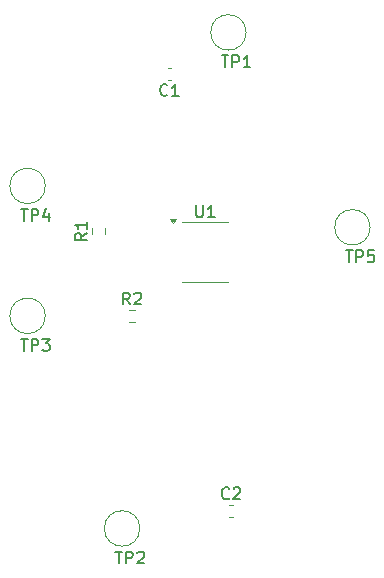
<source format=gbr>
%TF.GenerationSoftware,KiCad,Pcbnew,8.0.4*%
%TF.CreationDate,2024-08-13T18:30:55-04:00*%
%TF.ProjectId,op amp circuit,6f702061-6d70-4206-9369-72637569742e,rev?*%
%TF.SameCoordinates,Original*%
%TF.FileFunction,Legend,Top*%
%TF.FilePolarity,Positive*%
%FSLAX46Y46*%
G04 Gerber Fmt 4.6, Leading zero omitted, Abs format (unit mm)*
G04 Created by KiCad (PCBNEW 8.0.4) date 2024-08-13 18:30:55*
%MOMM*%
%LPD*%
G01*
G04 APERTURE LIST*
%ADD10C,0.150000*%
%ADD11C,0.120000*%
G04 APERTURE END LIST*
D10*
X115524819Y-120491666D02*
X115048628Y-120824999D01*
X115524819Y-121063094D02*
X114524819Y-121063094D01*
X114524819Y-121063094D02*
X114524819Y-120682142D01*
X114524819Y-120682142D02*
X114572438Y-120586904D01*
X114572438Y-120586904D02*
X114620057Y-120539285D01*
X114620057Y-120539285D02*
X114715295Y-120491666D01*
X114715295Y-120491666D02*
X114858152Y-120491666D01*
X114858152Y-120491666D02*
X114953390Y-120539285D01*
X114953390Y-120539285D02*
X115001009Y-120586904D01*
X115001009Y-120586904D02*
X115048628Y-120682142D01*
X115048628Y-120682142D02*
X115048628Y-121063094D01*
X115524819Y-119539285D02*
X115524819Y-120110713D01*
X115524819Y-119824999D02*
X114524819Y-119824999D01*
X114524819Y-119824999D02*
X114667676Y-119920237D01*
X114667676Y-119920237D02*
X114762914Y-120015475D01*
X114762914Y-120015475D02*
X114810533Y-120110713D01*
X126938095Y-105454819D02*
X127509523Y-105454819D01*
X127223809Y-106454819D02*
X127223809Y-105454819D01*
X127842857Y-106454819D02*
X127842857Y-105454819D01*
X127842857Y-105454819D02*
X128223809Y-105454819D01*
X128223809Y-105454819D02*
X128319047Y-105502438D01*
X128319047Y-105502438D02*
X128366666Y-105550057D01*
X128366666Y-105550057D02*
X128414285Y-105645295D01*
X128414285Y-105645295D02*
X128414285Y-105788152D01*
X128414285Y-105788152D02*
X128366666Y-105883390D01*
X128366666Y-105883390D02*
X128319047Y-105931009D01*
X128319047Y-105931009D02*
X128223809Y-105978628D01*
X128223809Y-105978628D02*
X127842857Y-105978628D01*
X129366666Y-106454819D02*
X128795238Y-106454819D01*
X129080952Y-106454819D02*
X129080952Y-105454819D01*
X129080952Y-105454819D02*
X128985714Y-105597676D01*
X128985714Y-105597676D02*
X128890476Y-105692914D01*
X128890476Y-105692914D02*
X128795238Y-105740533D01*
X127558333Y-142929580D02*
X127510714Y-142977200D01*
X127510714Y-142977200D02*
X127367857Y-143024819D01*
X127367857Y-143024819D02*
X127272619Y-143024819D01*
X127272619Y-143024819D02*
X127129762Y-142977200D01*
X127129762Y-142977200D02*
X127034524Y-142881961D01*
X127034524Y-142881961D02*
X126986905Y-142786723D01*
X126986905Y-142786723D02*
X126939286Y-142596247D01*
X126939286Y-142596247D02*
X126939286Y-142453390D01*
X126939286Y-142453390D02*
X126986905Y-142262914D01*
X126986905Y-142262914D02*
X127034524Y-142167676D01*
X127034524Y-142167676D02*
X127129762Y-142072438D01*
X127129762Y-142072438D02*
X127272619Y-142024819D01*
X127272619Y-142024819D02*
X127367857Y-142024819D01*
X127367857Y-142024819D02*
X127510714Y-142072438D01*
X127510714Y-142072438D02*
X127558333Y-142120057D01*
X127939286Y-142120057D02*
X127986905Y-142072438D01*
X127986905Y-142072438D02*
X128082143Y-142024819D01*
X128082143Y-142024819D02*
X128320238Y-142024819D01*
X128320238Y-142024819D02*
X128415476Y-142072438D01*
X128415476Y-142072438D02*
X128463095Y-142120057D01*
X128463095Y-142120057D02*
X128510714Y-142215295D01*
X128510714Y-142215295D02*
X128510714Y-142310533D01*
X128510714Y-142310533D02*
X128463095Y-142453390D01*
X128463095Y-142453390D02*
X127891667Y-143024819D01*
X127891667Y-143024819D02*
X128510714Y-143024819D01*
X124763095Y-118149819D02*
X124763095Y-118959342D01*
X124763095Y-118959342D02*
X124810714Y-119054580D01*
X124810714Y-119054580D02*
X124858333Y-119102200D01*
X124858333Y-119102200D02*
X124953571Y-119149819D01*
X124953571Y-119149819D02*
X125144047Y-119149819D01*
X125144047Y-119149819D02*
X125239285Y-119102200D01*
X125239285Y-119102200D02*
X125286904Y-119054580D01*
X125286904Y-119054580D02*
X125334523Y-118959342D01*
X125334523Y-118959342D02*
X125334523Y-118149819D01*
X126334523Y-119149819D02*
X125763095Y-119149819D01*
X126048809Y-119149819D02*
X126048809Y-118149819D01*
X126048809Y-118149819D02*
X125953571Y-118292676D01*
X125953571Y-118292676D02*
X125858333Y-118387914D01*
X125858333Y-118387914D02*
X125763095Y-118435533D01*
X137438095Y-121954819D02*
X138009523Y-121954819D01*
X137723809Y-122954819D02*
X137723809Y-121954819D01*
X138342857Y-122954819D02*
X138342857Y-121954819D01*
X138342857Y-121954819D02*
X138723809Y-121954819D01*
X138723809Y-121954819D02*
X138819047Y-122002438D01*
X138819047Y-122002438D02*
X138866666Y-122050057D01*
X138866666Y-122050057D02*
X138914285Y-122145295D01*
X138914285Y-122145295D02*
X138914285Y-122288152D01*
X138914285Y-122288152D02*
X138866666Y-122383390D01*
X138866666Y-122383390D02*
X138819047Y-122431009D01*
X138819047Y-122431009D02*
X138723809Y-122478628D01*
X138723809Y-122478628D02*
X138342857Y-122478628D01*
X139819047Y-121954819D02*
X139342857Y-121954819D01*
X139342857Y-121954819D02*
X139295238Y-122431009D01*
X139295238Y-122431009D02*
X139342857Y-122383390D01*
X139342857Y-122383390D02*
X139438095Y-122335771D01*
X139438095Y-122335771D02*
X139676190Y-122335771D01*
X139676190Y-122335771D02*
X139771428Y-122383390D01*
X139771428Y-122383390D02*
X139819047Y-122431009D01*
X139819047Y-122431009D02*
X139866666Y-122526247D01*
X139866666Y-122526247D02*
X139866666Y-122764342D01*
X139866666Y-122764342D02*
X139819047Y-122859580D01*
X139819047Y-122859580D02*
X139771428Y-122907200D01*
X139771428Y-122907200D02*
X139676190Y-122954819D01*
X139676190Y-122954819D02*
X139438095Y-122954819D01*
X139438095Y-122954819D02*
X139342857Y-122907200D01*
X139342857Y-122907200D02*
X139295238Y-122859580D01*
X119158333Y-126524819D02*
X118825000Y-126048628D01*
X118586905Y-126524819D02*
X118586905Y-125524819D01*
X118586905Y-125524819D02*
X118967857Y-125524819D01*
X118967857Y-125524819D02*
X119063095Y-125572438D01*
X119063095Y-125572438D02*
X119110714Y-125620057D01*
X119110714Y-125620057D02*
X119158333Y-125715295D01*
X119158333Y-125715295D02*
X119158333Y-125858152D01*
X119158333Y-125858152D02*
X119110714Y-125953390D01*
X119110714Y-125953390D02*
X119063095Y-126001009D01*
X119063095Y-126001009D02*
X118967857Y-126048628D01*
X118967857Y-126048628D02*
X118586905Y-126048628D01*
X119539286Y-125620057D02*
X119586905Y-125572438D01*
X119586905Y-125572438D02*
X119682143Y-125524819D01*
X119682143Y-125524819D02*
X119920238Y-125524819D01*
X119920238Y-125524819D02*
X120015476Y-125572438D01*
X120015476Y-125572438D02*
X120063095Y-125620057D01*
X120063095Y-125620057D02*
X120110714Y-125715295D01*
X120110714Y-125715295D02*
X120110714Y-125810533D01*
X120110714Y-125810533D02*
X120063095Y-125953390D01*
X120063095Y-125953390D02*
X119491667Y-126524819D01*
X119491667Y-126524819D02*
X120110714Y-126524819D01*
X117938095Y-147454819D02*
X118509523Y-147454819D01*
X118223809Y-148454819D02*
X118223809Y-147454819D01*
X118842857Y-148454819D02*
X118842857Y-147454819D01*
X118842857Y-147454819D02*
X119223809Y-147454819D01*
X119223809Y-147454819D02*
X119319047Y-147502438D01*
X119319047Y-147502438D02*
X119366666Y-147550057D01*
X119366666Y-147550057D02*
X119414285Y-147645295D01*
X119414285Y-147645295D02*
X119414285Y-147788152D01*
X119414285Y-147788152D02*
X119366666Y-147883390D01*
X119366666Y-147883390D02*
X119319047Y-147931009D01*
X119319047Y-147931009D02*
X119223809Y-147978628D01*
X119223809Y-147978628D02*
X118842857Y-147978628D01*
X119795238Y-147550057D02*
X119842857Y-147502438D01*
X119842857Y-147502438D02*
X119938095Y-147454819D01*
X119938095Y-147454819D02*
X120176190Y-147454819D01*
X120176190Y-147454819D02*
X120271428Y-147502438D01*
X120271428Y-147502438D02*
X120319047Y-147550057D01*
X120319047Y-147550057D02*
X120366666Y-147645295D01*
X120366666Y-147645295D02*
X120366666Y-147740533D01*
X120366666Y-147740533D02*
X120319047Y-147883390D01*
X120319047Y-147883390D02*
X119747619Y-148454819D01*
X119747619Y-148454819D02*
X120366666Y-148454819D01*
X109938095Y-118454819D02*
X110509523Y-118454819D01*
X110223809Y-119454819D02*
X110223809Y-118454819D01*
X110842857Y-119454819D02*
X110842857Y-118454819D01*
X110842857Y-118454819D02*
X111223809Y-118454819D01*
X111223809Y-118454819D02*
X111319047Y-118502438D01*
X111319047Y-118502438D02*
X111366666Y-118550057D01*
X111366666Y-118550057D02*
X111414285Y-118645295D01*
X111414285Y-118645295D02*
X111414285Y-118788152D01*
X111414285Y-118788152D02*
X111366666Y-118883390D01*
X111366666Y-118883390D02*
X111319047Y-118931009D01*
X111319047Y-118931009D02*
X111223809Y-118978628D01*
X111223809Y-118978628D02*
X110842857Y-118978628D01*
X112271428Y-118788152D02*
X112271428Y-119454819D01*
X112033333Y-118407200D02*
X111795238Y-119121485D01*
X111795238Y-119121485D02*
X112414285Y-119121485D01*
X122333333Y-108789580D02*
X122285714Y-108837200D01*
X122285714Y-108837200D02*
X122142857Y-108884819D01*
X122142857Y-108884819D02*
X122047619Y-108884819D01*
X122047619Y-108884819D02*
X121904762Y-108837200D01*
X121904762Y-108837200D02*
X121809524Y-108741961D01*
X121809524Y-108741961D02*
X121761905Y-108646723D01*
X121761905Y-108646723D02*
X121714286Y-108456247D01*
X121714286Y-108456247D02*
X121714286Y-108313390D01*
X121714286Y-108313390D02*
X121761905Y-108122914D01*
X121761905Y-108122914D02*
X121809524Y-108027676D01*
X121809524Y-108027676D02*
X121904762Y-107932438D01*
X121904762Y-107932438D02*
X122047619Y-107884819D01*
X122047619Y-107884819D02*
X122142857Y-107884819D01*
X122142857Y-107884819D02*
X122285714Y-107932438D01*
X122285714Y-107932438D02*
X122333333Y-107980057D01*
X123285714Y-108884819D02*
X122714286Y-108884819D01*
X123000000Y-108884819D02*
X123000000Y-107884819D01*
X123000000Y-107884819D02*
X122904762Y-108027676D01*
X122904762Y-108027676D02*
X122809524Y-108122914D01*
X122809524Y-108122914D02*
X122714286Y-108170533D01*
X109938095Y-129454819D02*
X110509523Y-129454819D01*
X110223809Y-130454819D02*
X110223809Y-129454819D01*
X110842857Y-130454819D02*
X110842857Y-129454819D01*
X110842857Y-129454819D02*
X111223809Y-129454819D01*
X111223809Y-129454819D02*
X111319047Y-129502438D01*
X111319047Y-129502438D02*
X111366666Y-129550057D01*
X111366666Y-129550057D02*
X111414285Y-129645295D01*
X111414285Y-129645295D02*
X111414285Y-129788152D01*
X111414285Y-129788152D02*
X111366666Y-129883390D01*
X111366666Y-129883390D02*
X111319047Y-129931009D01*
X111319047Y-129931009D02*
X111223809Y-129978628D01*
X111223809Y-129978628D02*
X110842857Y-129978628D01*
X111747619Y-129454819D02*
X112366666Y-129454819D01*
X112366666Y-129454819D02*
X112033333Y-129835771D01*
X112033333Y-129835771D02*
X112176190Y-129835771D01*
X112176190Y-129835771D02*
X112271428Y-129883390D01*
X112271428Y-129883390D02*
X112319047Y-129931009D01*
X112319047Y-129931009D02*
X112366666Y-130026247D01*
X112366666Y-130026247D02*
X112366666Y-130264342D01*
X112366666Y-130264342D02*
X112319047Y-130359580D01*
X112319047Y-130359580D02*
X112271428Y-130407200D01*
X112271428Y-130407200D02*
X112176190Y-130454819D01*
X112176190Y-130454819D02*
X111890476Y-130454819D01*
X111890476Y-130454819D02*
X111795238Y-130407200D01*
X111795238Y-130407200D02*
X111747619Y-130359580D01*
D11*
%TO.C,R1*%
X115977500Y-120562258D02*
X115977500Y-120087742D01*
X117022500Y-120562258D02*
X117022500Y-120087742D01*
%TO.C,TP1*%
X129000000Y-103500000D02*
G75*
G02*
X126000000Y-103500000I-1500000J0D01*
G01*
X126000000Y-103500000D02*
G75*
G02*
X129000000Y-103500000I1500000J0D01*
G01*
%TO.C,C2*%
X127584420Y-143490000D02*
X127865580Y-143490000D01*
X127584420Y-144510000D02*
X127865580Y-144510000D01*
%TO.C,U1*%
X125525000Y-119535000D02*
X123575000Y-119535000D01*
X125525000Y-119535000D02*
X127475000Y-119535000D01*
X125525000Y-124655000D02*
X123575000Y-124655000D01*
X125525000Y-124655000D02*
X127475000Y-124655000D01*
X122825000Y-119630000D02*
X122585000Y-119300000D01*
X123065000Y-119300000D01*
X122825000Y-119630000D01*
G36*
X122825000Y-119630000D02*
G01*
X122585000Y-119300000D01*
X123065000Y-119300000D01*
X122825000Y-119630000D01*
G37*
%TO.C,TP5*%
X139500000Y-120000000D02*
G75*
G02*
X136500000Y-120000000I-1500000J0D01*
G01*
X136500000Y-120000000D02*
G75*
G02*
X139500000Y-120000000I1500000J0D01*
G01*
%TO.C,R2*%
X119087742Y-126977500D02*
X119562258Y-126977500D01*
X119087742Y-128022500D02*
X119562258Y-128022500D01*
%TO.C,TP2*%
X120000000Y-145500000D02*
G75*
G02*
X117000000Y-145500000I-1500000J0D01*
G01*
X117000000Y-145500000D02*
G75*
G02*
X120000000Y-145500000I1500000J0D01*
G01*
%TO.C,TP4*%
X112000000Y-116500000D02*
G75*
G02*
X109000000Y-116500000I-1500000J0D01*
G01*
X109000000Y-116500000D02*
G75*
G02*
X112000000Y-116500000I1500000J0D01*
G01*
%TO.C,C1*%
X122640580Y-106490000D02*
X122359420Y-106490000D01*
X122640580Y-107510000D02*
X122359420Y-107510000D01*
%TO.C,TP3*%
X112000000Y-127500000D02*
G75*
G02*
X109000000Y-127500000I-1500000J0D01*
G01*
X109000000Y-127500000D02*
G75*
G02*
X112000000Y-127500000I1500000J0D01*
G01*
%TD*%
M02*

</source>
